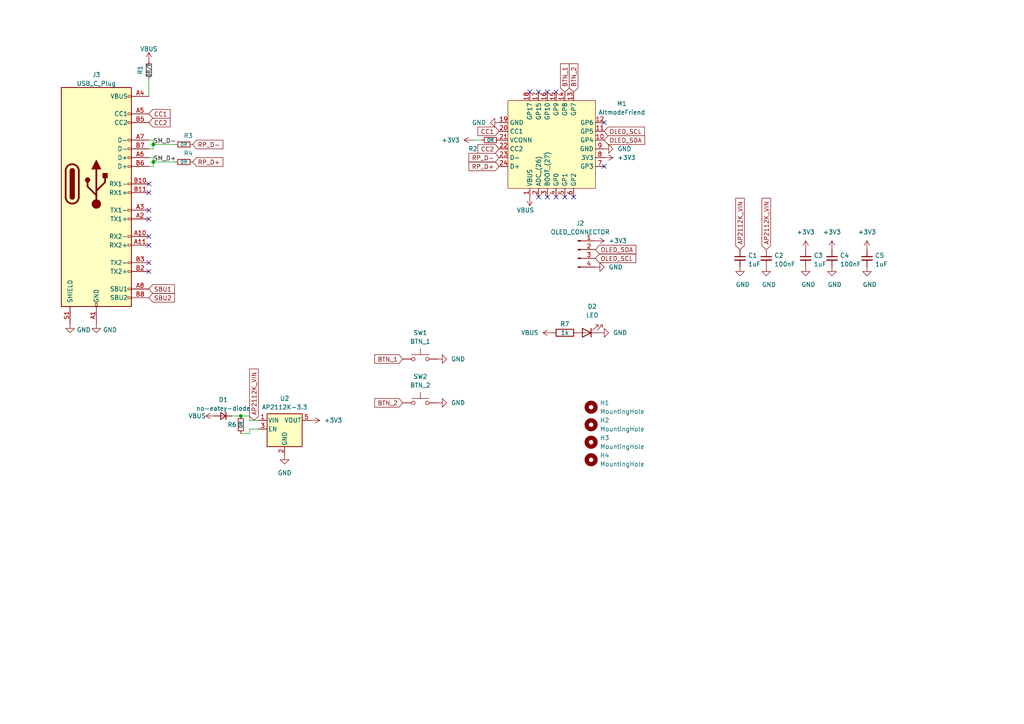
<source format=kicad_sch>
(kicad_sch (version 20230121) (generator eeschema)
  (paper "A4")
  (lib_symbols
    (symbol "Connector:Conn_01x04_Pin" (pin_names (offset 1.016) hide)
      (property "Reference" "J" (at 0 5.08 0))
      (property "Value" "Conn_01x04_Pin" (at 0 -7.62 0))
      (symbol "Conn_01x04_Pin_1_1"
        (polyline (pts (xy 1.27 -5.08) (xy 0.8636 -5.08)) (stroke (width 0.1524)))
        (polyline (pts (xy 1.27 -2.54) (xy 0.8636 -2.54)) (stroke (width 0.1524)))
        (polyline (pts (xy 1.27 0) (xy 0.8636 0)) (stroke (width 0.1524)))
        (polyline (pts (xy 1.27 2.54) (xy 0.8636 2.54)) (stroke (width 0.1524)))
        (rectangle (start 0.8636 -4.953) (end 0 -5.207) (stroke (width 0.1524)) (fill (type outline)))
        (rectangle (start 0.8636 -2.413) (end 0 -2.667) (stroke (width 0.1524)) (fill (type outline)))
        (rectangle (start 0.8636 0.127) (end 0 -0.127) (stroke (width 0.1524)) (fill (type outline)))
        (rectangle (start 0.8636 2.667) (end 0 2.413) (stroke (width 0.1524)) (fill (type outline)))
        (pin passive line (at 5.08 2.54 180) (length 3.81) (name "Pin_1") (number "1"))
        (pin passive line (at 5.08 0 180) (length 3.81) (name "Pin_2") (number "2"))
        (pin passive line (at 5.08 -2.54 180) (length 3.81) (name "Pin_3") (number "3"))
        (pin passive line (at 5.08 -5.08 180) (length 3.81) (name "Pin_4") (number "4"))
      )
    )
    (symbol "Connector:USB_C_Receptacle" (pin_names (offset 1.016))
      (property "Reference" "J" (at -10.16 29.21 0))
      (property "Value" "USB_C_Receptacle" (at 10.16 29.21 0))
      (symbol "USB_C_Receptacle_0_0"
        (rectangle (start -0.254 -35.56) (end 0.254 -34.544))
        (rectangle (start 10.16 -32.766) (end 9.144 -33.274))
        (rectangle (start 10.16 -30.226) (end 9.144 -30.734))
        (rectangle (start 10.16 -25.146) (end 9.144 -25.654))
        (rectangle (start 10.16 -22.606) (end 9.144 -23.114))
        (rectangle (start 10.16 -17.526) (end 9.144 -18.034))
        (rectangle (start 10.16 -14.986) (end 9.144 -15.494))
        (rectangle (start 10.16 -9.906) (end 9.144 -10.414))
        (rectangle (start 10.16 -7.366) (end 9.144 -7.874))
        (rectangle (start 10.16 -2.286) (end 9.144 -2.794))
        (rectangle (start 10.16 0.254) (end 9.144 -0.254))
        (rectangle (start 10.16 5.334) (end 9.144 4.826))
        (rectangle (start 10.16 7.874) (end 9.144 7.366))
        (rectangle (start 10.16 10.414) (end 9.144 9.906))
        (rectangle (start 10.16 12.954) (end 9.144 12.446))
        (rectangle (start 10.16 18.034) (end 9.144 17.526))
        (rectangle (start 10.16 20.574) (end 9.144 20.066))
        (rectangle (start 10.16 25.654) (end 9.144 25.146))
      )
      (symbol "USB_C_Receptacle_0_1"
        (rectangle (start -10.16 27.94) (end 10.16 -35.56) (stroke (width 0.254)) (fill (type background)))
        (arc (start -8.89 -3.81) (mid -6.985 -5.7067) (end -5.08 -3.81) (stroke (width 0.508)))
        (arc (start -7.62 -3.81) (mid -6.985 -4.4423) (end -6.35 -3.81) (stroke (width 0.254)))
        (arc (start -7.62 -3.81) (mid -6.985 -4.4423) (end -6.35 -3.81) (stroke (width 0.254)) (fill (type outline)))
        (rectangle (start -7.62 -3.81) (end -6.35 3.81) (stroke (width 0.254)) (fill (type outline)))
        (arc (start -6.35 3.81) (mid -6.985 4.4423) (end -7.62 3.81) (stroke (width 0.254)))
        (arc (start -6.35 3.81) (mid -6.985 4.4423) (end -7.62 3.81) (stroke (width 0.254)) (fill (type outline)))
        (arc (start -5.08 3.81) (mid -6.985 5.7067) (end -8.89 3.81) (stroke (width 0.508)))
        (polyline (pts (xy -8.89 -3.81) (xy -8.89 3.81)) (stroke (width 0.508)))
        (polyline (pts (xy -5.08 3.81) (xy -5.08 -3.81)) (stroke (width 0.508)))
      )
      (symbol "USB_C_Receptacle_1_1"
        (circle (center -2.54 1.143) (radius 0.635) (stroke (width 0.254)) (fill (type outline)))
        (circle (center 0 -5.842) (radius 1.27) (fill (type outline)))
        (polyline (pts (xy 0 -5.842) (xy 0 4.318)) (stroke (width 0.508)))
        (polyline (pts (xy 0 -3.302) (xy -2.54 -0.762) (xy -2.54 0.508)) (stroke (width 0.508)))
        (polyline (pts (xy 0 -2.032) (xy 2.54 0.508) (xy 2.54 1.778)) (stroke (width 0.508)))
        (polyline (pts (xy -1.27 4.318) (xy 0 6.858) (xy 1.27 4.318) (xy -1.27 4.318)) (stroke (width 0.254)) (fill (type outline)))
        (rectangle (start 1.905 1.778) (end 3.175 3.048) (stroke (width 0.254)) (fill (type outline)))
        (pin passive line (at 0 -40.64 90) (length 5.08) (name "GND") (number "A1"))
        (pin bidirectional line (at 15.24 -15.24 180) (length 5.08) (name "RX2-") (number "A10"))
        (pin bidirectional line (at 15.24 -17.78 180) (length 5.08) (name "RX2+") (number "A11"))
        (pin passive line (at 0 -40.64 90) (length 5.08) hide (name "GND") (number "A12"))
        (pin bidirectional line (at 15.24 -10.16 180) (length 5.08) (name "TX1+") (number "A2"))
        (pin bidirectional line (at 15.24 -7.62 180) (length 5.08) (name "TX1-") (number "A3"))
        (pin passive line (at 15.24 25.4 180) (length 5.08) (name "VBUS") (number "A4"))
        (pin bidirectional line (at 15.24 20.32 180) (length 5.08) (name "CC1") (number "A5"))
        (pin bidirectional line (at 15.24 7.62 180) (length 5.08) (name "D+") (number "A6"))
        (pin bidirectional line (at 15.24 12.7 180) (length 5.08) (name "D-") (number "A7"))
        (pin bidirectional line (at 15.24 -30.48 180) (length 5.08) (name "SBU1") (number "A8"))
        (pin passive line (at 15.24 25.4 180) (length 5.08) hide (name "VBUS") (number "A9"))
        (pin passive line (at 0 -40.64 90) (length 5.08) hide (name "GND") (number "B1"))
        (pin bidirectional line (at 15.24 0 180) (length 5.08) (name "RX1-") (number "B10"))
        (pin bidirectional line (at 15.24 -2.54 180) (length 5.08) (name "RX1+") (number "B11"))
        (pin passive line (at 0 -40.64 90) (length 5.08) hide (name "GND") (number "B12"))
        (pin bidirectional line (at 15.24 -25.4 180) (length 5.08) (name "TX2+") (number "B2"))
        (pin bidirectional line (at 15.24 -22.86 180) (length 5.08) (name "TX2-") (number "B3"))
        (pin passive line (at 15.24 25.4 180) (length 5.08) hide (name "VBUS") (number "B4"))
        (pin bidirectional line (at 15.24 17.78 180) (length 5.08) (name "CC2") (number "B5"))
        (pin bidirectional line (at 15.24 5.08 180) (length 5.08) (name "D+") (number "B6"))
        (pin bidirectional line (at 15.24 10.16 180) (length 5.08) (name "D-") (number "B7"))
        (pin bidirectional line (at 15.24 -33.02 180) (length 5.08) (name "SBU2") (number "B8"))
        (pin passive line (at 15.24 25.4 180) (length 5.08) hide (name "VBUS") (number "B9"))
        (pin passive line (at -7.62 -40.64 90) (length 5.08) (name "SHIELD") (number "S1"))
      )
    )
    (symbol "Device:C_Small" (pin_numbers hide) (pin_names (offset 0.254) hide)
      (property "Reference" "C" (at 0.254 1.778 0))
      (property "Value" "C_Small" (at 0.254 -2.032 0))
      (symbol "C_Small_0_1"
        (polyline (pts (xy -1.524 -0.508) (xy 1.524 -0.508)) (stroke (width 0.3302)))
        (polyline (pts (xy -1.524 0.508) (xy 1.524 0.508)) (stroke (width 0.3048)))
      )
      (symbol "C_Small_1_1"
        (pin passive line (at 0 2.54 270) (length 2.032) (name "~") (number "1"))
        (pin passive line (at 0 -2.54 90) (length 2.032) (name "~") (number "2"))
      )
    )
    (symbol "Device:D_Small" (pin_numbers hide) (pin_names (offset 0.254) hide)
      (property "Reference" "D" (at -1.27 2.032 0))
      (property "Value" "D_Small" (at -3.81 -2.032 0))
      (symbol "D_Small_0_1"
        (polyline (pts (xy -0.762 -1.016) (xy -0.762 1.016)) (stroke (width 0.254)))
        (polyline (pts (xy -0.762 0) (xy 0.762 0)))
        (polyline (pts (xy 0.762 -1.016) (xy -0.762 0) (xy 0.762 1.016) (xy 0.762 -1.016)) (stroke (width 0.254)))
      )
      (symbol "D_Small_1_1"
        (pin passive line (at -2.54 0 0) (length 1.778) (name "K") (number "1"))
        (pin passive line (at 2.54 0 180) (length 1.778) (name "A") (number "2"))
      )
    )
    (symbol "Device:LED" (pin_numbers hide) (pin_names (offset 1.016) hide)
      (property "Reference" "D" (at 0 2.54 0))
      (property "Value" "LED" (at 0 -2.54 0))
      (symbol "LED_0_1"
        (polyline (pts (xy -1.27 -1.27) (xy -1.27 1.27)) (stroke (width 0.254)))
        (polyline (pts (xy -1.27 0) (xy 1.27 0)))
        (polyline (pts (xy 1.27 -1.27) (xy 1.27 1.27) (xy -1.27 0) (xy 1.27 -1.27)) (stroke (width 0.254)))
        (polyline (pts (xy -3.048 -0.762) (xy -4.572 -2.286) (xy -3.81 -2.286) (xy -4.572 -2.286) (xy -4.572 -1.524)))
        (polyline (pts (xy -1.778 -0.762) (xy -3.302 -2.286) (xy -2.54 -2.286) (xy -3.302 -2.286) (xy -3.302 -1.524)))
      )
      (symbol "LED_1_1"
        (pin passive line (at -3.81 0 0) (length 2.54) (name "K") (number "1"))
        (pin passive line (at 3.81 0 180) (length 2.54) (name "A") (number "2"))
      )
    )
    (symbol "Device:R" (pin_numbers hide) (pin_names (offset 0))
      (property "Reference" "R" (at 2.032 0 90))
      (property "Value" "R" (at 0 0 90))
      (symbol "R_0_1"
        (rectangle (start -1.016 -2.54) (end 1.016 2.54) (stroke (width 0.254)))
      )
      (symbol "R_1_1"
        (pin passive line (at 0 3.81 270) (length 1.27) (name "~") (number "1"))
        (pin passive line (at 0 -3.81 90) (length 1.27) (name "~") (number "2"))
      )
    )
    (symbol "Device:R_Small" (pin_numbers hide) (pin_names (offset 0.254) hide)
      (property "Reference" "R" (at 0.762 0.508 0))
      (property "Value" "R_Small" (at 0.762 -1.016 0))
      (symbol "R_Small_0_1"
        (rectangle (start -0.762 1.778) (end 0.762 -1.778) (stroke (width 0.2032)))
      )
      (symbol "R_Small_1_1"
        (pin passive line (at 0 2.54 270) (length 0.762) (name "~") (number "1"))
        (pin passive line (at 0 -2.54 90) (length 0.762) (name "~") (number "2"))
      )
    )
    (symbol "GND_1" (power) (pin_names (offset 0))
      (property "Value" "GND_1" (at 0 -3.81 0))
      (symbol "GND_1_0_1"
        (polyline (pts (xy 0 0) (xy 0 -1.27) (xy 1.27 -1.27) (xy 0 -2.54) (xy -1.27 -1.27) (xy 0 -1.27)))
      )
      (symbol "GND_1_1_1"
        (pin power_in line (at 0 0 270) (length 0) hide (name "GND") (number "1"))
      )
    )
    (symbol "GND_2" (power) (pin_names (offset 0))
      (property "Value" "GND_2" (at 0 -3.81 0))
      (symbol "GND_2_0_1"
        (polyline (pts (xy 0 0) (xy 0 -1.27) (xy 1.27 -1.27) (xy 0 -2.54) (xy -1.27 -1.27) (xy 0 -1.27)))
      )
      (symbol "GND_2_1_1"
        (pin power_in line (at 0 0 270) (length 0) hide (name "GND") (number "1"))
      )
    )
    (symbol "GND_3" (power) (pin_names (offset 0))
      (property "Value" "GND_3" (at 0 -3.81 0))
      (symbol "GND_3_0_1"
        (polyline (pts (xy 0 0) (xy 0 -1.27) (xy 1.27 -1.27) (xy 0 -2.54) (xy -1.27 -1.27) (xy 0 -1.27)))
      )
      (symbol "GND_3_1_1"
        (pin power_in line (at 0 0 270) (length 0) hide (name "GND") (number "1"))
      )
    )
    (symbol "GND_4" (power) (pin_names (offset 0))
      (property "Value" "GND_4" (at 0 -3.81 0))
      (symbol "GND_4_0_1"
        (polyline (pts (xy 0 0) (xy 0 -1.27) (xy 1.27 -1.27) (xy 0 -2.54) (xy -1.27 -1.27) (xy 0 -1.27)))
      )
      (symbol "GND_4_1_1"
        (pin power_in line (at 0 0 270) (length 0) hide (name "GND") (number "1"))
      )
    )
    (symbol "GND_5" (power) (pin_names (offset 0))
      (property "Value" "GND_5" (at 0 -3.81 0))
      (symbol "GND_5_0_1"
        (polyline (pts (xy 0 0) (xy 0 -1.27) (xy 1.27 -1.27) (xy 0 -2.54) (xy -1.27 -1.27) (xy 0 -1.27)))
      )
      (symbol "GND_5_1_1"
        (pin power_in line (at 0 0 270) (length 0) hide (name "GND") (number "1"))
      )
    )
    (symbol "Mechanical:MountingHole" (pin_names (offset 1.016))
      (property "Reference" "H" (at 0 5.08 0))
      (property "Value" "MountingHole" (at 0 3.175 0))
      (symbol "MountingHole_0_1"
        (circle (center 0 0) (radius 1.27) (stroke (width 1.27)))
      )
    )
    (symbol "Regulator_Linear:AP2112K-3.3" (pin_names (offset 0.254))
      (property "Reference" "U" (at -5.08 5.715 0))
      (property "Value" "AP2112K-3.3" (at 0 5.715 0))
      (symbol "AP2112K-3.3_0_1"
        (rectangle (start -5.08 4.445) (end 5.08 -5.08) (stroke (width 0.254)) (fill (type background)))
      )
      (symbol "AP2112K-3.3_1_1"
        (pin power_in line (at -7.62 2.54 0) (length 2.54) (name "VIN") (number "1"))
        (pin power_in line (at 0 -7.62 90) (length 2.54) (name "GND") (number "2"))
        (pin input line (at -7.62 0 0) (length 2.54) (name "EN") (number "3"))
        (pin no_connect line (at 5.08 0 180) (length 2.54) hide (name "NC") (number "4"))
        (pin power_out line (at 7.62 2.54 180) (length 2.54) (name "VOUT") (number "5"))
      )
    )
    (symbol "Switch:SW_Push" (pin_numbers hide) (pin_names (offset 1.016) hide)
      (property "Reference" "SW" (at 1.27 2.54 0))
      (property "Value" "SW_Push" (at 0 -1.524 0))
      (symbol "SW_Push_0_1"
        (circle (center -2.032 0) (radius 0.508))
        (polyline (pts (xy 0 1.27) (xy 0 3.048)))
        (polyline (pts (xy 2.54 1.27) (xy -2.54 1.27)))
        (circle (center 2.032 0) (radius 0.508))
        (pin passive line (at -5.08 0 0) (length 2.54) (name "1") (number "1"))
        (pin passive line (at 5.08 0 180) (length 2.54) (name "2") (number "2"))
      )
    )
    (symbol "VBUS_1" (power) (pin_names (offset 0))
      (property "Value" "VBUS_1" (at 0 3.81 0))
      (symbol "VBUS_1_0_1"
        (polyline (pts (xy -0.762 1.27) (xy 0 2.54)))
        (polyline (pts (xy 0 0) (xy 0 2.54)))
        (polyline (pts (xy 0 2.54) (xy 0.762 1.27)))
      )
      (symbol "VBUS_1_1_1"
        (pin power_in line (at 0 0 90) (length 0) hide (name "VBUS") (number "1"))
      )
    )
    (symbol "VBUS_2" (power) (pin_names (offset 0))
      (property "Value" "VBUS_2" (at 0 3.81 0))
      (symbol "VBUS_2_0_1"
        (polyline (pts (xy -0.762 1.27) (xy 0 2.54)))
        (polyline (pts (xy 0 0) (xy 0 2.54)))
        (polyline (pts (xy 0 2.54) (xy 0.762 1.27)))
      )
      (symbol "VBUS_2_1_1"
        (pin power_in line (at 0 0 90) (length 0) hide (name "VBUS") (number "1"))
      )
    )
    (symbol "altmode_friend:AltmodeFriend"
      (property "Reference" "M" (at 8.89 13.97 0))
      (property "Value" "AltmodeFriend" (at 13.97 -13.97 0))
      (symbol "AltmodeFriend_0_1"
        (rectangle (start -12.7 12.7) (end 12.7 -12.7) (stroke (width 0.1524)) (fill (type background)))
      )
      (symbol "AltmodeFriend_1_1"
        (pin input line (at -15.24 6.35 0) (length 2.54) (name "VBUS") (number "1"))
        (pin input line (at 1.27 -15.24 90) (length 2.54) (name "GP4") (number "10"))
        (pin input line (at 3.81 -15.24 90) (length 2.54) (name "GP5") (number "11"))
        (pin input line (at 6.35 -15.24 90) (length 2.54) (name "GP6") (number "12"))
        (pin input line (at 15.24 -6.35 180) (length 2.54) (name "GP7") (number "13"))
        (pin input line (at 15.24 -3.81 180) (length 2.54) (name "GP8") (number "14"))
        (pin input line (at 15.24 -1.27 180) (length 2.54) (name "GP9") (number "15"))
        (pin input line (at 15.24 1.27 180) (length 2.54) (name "GP10") (number "16"))
        (pin input line (at 15.24 3.81 180) (length 2.54) (name "GP15") (number "17"))
        (pin input line (at 15.24 6.35 180) (length 2.54) (name "GP17") (number "18"))
        (pin input line (at 6.35 15.24 270) (length 2.54) (name "GND") (number "19"))
        (pin input line (at -15.24 3.81 0) (length 2.54) (name "ADC_(26)") (number "2"))
        (pin input line (at 3.81 15.24 270) (length 2.54) (name "CC1") (number "20"))
        (pin input line (at 1.27 15.24 270) (length 2.54) (name "VCONN") (number "21"))
        (pin input line (at -1.27 15.24 270) (length 2.54) (name "CC2") (number "22"))
        (pin input line (at -3.81 15.24 270) (length 2.54) (name "D-") (number "23"))
        (pin input line (at -6.35 15.24 270) (length 2.54) (name "D+") (number "24"))
        (pin input line (at -15.24 1.27 0) (length 2.54) (name "BOOT_(27)") (number "3"))
        (pin input line (at -15.24 -1.27 0) (length 2.54) (name "GP0") (number "4"))
        (pin input line (at -15.24 -3.81 0) (length 2.54) (name "GP1") (number "5"))
        (pin input line (at -15.24 -6.35 0) (length 2.54) (name "GP2") (number "6"))
        (pin input line (at -6.35 -15.24 90) (length 2.54) (name "GP3") (number "7"))
        (pin input line (at -3.81 -15.24 90) (length 2.54) (name "3V3") (number "8"))
        (pin input line (at -1.27 -15.24 90) (length 2.54) (name "GND") (number "9"))
      )
    )
    (symbol "power:+3V3" (power) (pin_names (offset 0))
      (property "Value" "+3V3" (at 0 3.556 0))
      (symbol "+3V3_0_1"
        (polyline (pts (xy -0.762 1.27) (xy 0 2.54)))
        (polyline (pts (xy 0 0) (xy 0 2.54)))
        (polyline (pts (xy 0 2.54) (xy 0.762 1.27)))
      )
      (symbol "+3V3_1_1"
        (pin power_in line (at 0 0 90) (length 0) hide (name "+3V3") (number "1"))
      )
    )
    (symbol "power:GND" (power) (pin_names (offset 0))
      (property "Value" "GND" (at 0 -3.81 0))
      (symbol "GND_0_1"
        (polyline (pts (xy 0 0) (xy 0 -1.27) (xy 1.27 -1.27) (xy 0 -2.54) (xy -1.27 -1.27) (xy 0 -1.27)))
      )
      (symbol "GND_1_1"
        (pin power_in line (at 0 0 270) (length 0) hide (name "GND") (number "1"))
      )
    )
    (symbol "power:VBUS" (power) (pin_names (offset 0))
      (property "Value" "VBUS" (at 0 3.81 0))
      (symbol "VBUS_0_1"
        (polyline (pts (xy -0.762 1.27) (xy 0 2.54)))
        (polyline (pts (xy 0 0) (xy 0 2.54)))
        (polyline (pts (xy 0 2.54) (xy 0.762 1.27)))
      )
      (symbol "VBUS_1_1"
        (pin power_in line (at 0 0 90) (length 0) hide (name "VBUS") (number "1"))
      )
    )
  )
  (junction (at 44.45 46.99))
  (junction (at 69.85 120.65))
  (junction (at 44.45 41.91))
  (no_connect (at 166.37 57.15))
  (no_connect (at 43.18 53.34))
  (no_connect (at 43.18 55.88))
  (no_connect (at 43.18 71.12))
  (no_connect (at 156.21 57.15))
  (no_connect (at 158.75 26.67))
  (no_connect (at 175.26 35.56))
  (no_connect (at 43.18 60.96))
  (no_connect (at 43.18 78.74))
  (no_connect (at 43.18 76.2))
  (no_connect (at 158.75 57.15))
  (no_connect (at 156.21 26.67))
  (no_connect (at 43.18 68.58))
  (no_connect (at 175.26 48.26))
  (no_connect (at 163.83 57.15))
  (no_connect (at 43.18 63.5))
  (no_connect (at 153.67 26.67))
  (no_connect (at 161.29 57.15))
  (no_connect (at 161.29 26.67))
  (wire (pts (xy 74.93 121.92) (xy 72.39 121.92)))
  (wire (pts (xy 43.18 40.64) (xy 44.45 40.64)))
  (wire (pts (xy 72.39 120.65) (xy 69.85 120.65)))
  (wire (pts (xy 44.45 41.91) (xy 50.8 41.91)))
  (wire (pts (xy 72.39 124.46) (xy 74.93 124.46)))
  (wire (pts (xy 44.45 48.26) (xy 44.45 46.99)))
  (wire (pts (xy 44.45 45.72) (xy 44.45 46.99)))
  (wire (pts (xy 43.18 22.86) (xy 43.18 27.94)))
  (wire (pts (xy 43.18 45.72) (xy 44.45 45.72)))
  (wire (pts (xy 44.45 46.99) (xy 50.8 46.99)))
  (wire (pts (xy 137.16 40.64) (xy 139.7 40.64)))
  (wire (pts (xy 67.31 120.65) (xy 69.85 120.65)))
  (wire (pts (xy 43.18 43.18) (xy 44.45 43.18)))
  (wire (pts (xy 69.85 125.73) (xy 72.39 125.73)))
  (wire (pts (xy 44.45 43.18) (xy 44.45 41.91)))
  (wire (pts (xy 72.39 125.73) (xy 72.39 124.46)))
  (wire (pts (xy 44.45 40.64) (xy 44.45 41.91)))
  (wire (pts (xy 72.39 121.92) (xy 72.39 120.65)))
  (wire (pts (xy 43.18 48.26) (xy 44.45 48.26)))
  (wire (pts (xy 167.64 96.52) (xy 166.37 96.52)))
  (label "SM_D-" (at 44.45 41.91 0))
  (label "SM_D+" (at 44.45 46.99 0))
  (global_label "AP2112K_VIN" (shape input) (at 73.66 121.92 90) (property "Intersheetrefs" "${INTERSHEET_REFS}" (effects hide)))
  (global_label "OLED_SCL" (shape input) (at 172.72 74.93 0) (property "Intersheetrefs" "${INTERSHEET_REFS}" (effects hide)))
  (global_label "CC1" (shape input) (at 43.18 33.02 0) (property "Intersheetrefs" "${INTERSHEET_REFS}" (effects hide)))
  (global_label "AP2112K_VIN" (shape input) (at 222.25 72.39 90) (property "Intersheetrefs" "${INTERSHEET_REFS}" (effects hide)))
  (global_label "OLED_SDA" (shape input) (at 172.72 72.39 0) (property "Intersheetrefs" "${INTERSHEET_REFS}" (effects hide)))
  (global_label "RP_D-" (shape input) (at 144.78 45.72 180) (property "Intersheetrefs" "${INTERSHEET_REFS}" (effects hide)))
  (global_label "RP_D+" (shape input) (at 55.88 46.99 0) (property "Intersheetrefs" "${INTERSHEET_REFS}" (effects hide)))
  (global_label "BTN_2" (shape input) (at 116.84 116.84 180) (property "Intersheetrefs" "${INTERSHEET_REFS}" (effects hide)))
  (global_label "BTN_1" (shape input) (at 116.84 104.14 180) (property "Intersheetrefs" "${INTERSHEET_REFS}" (effects hide)))
  (global_label "CC1" (shape input) (at 144.78 38.1 180) (property "Intersheetrefs" "${INTERSHEET_REFS}" (effects hide)))
  (global_label "BTN_2" (shape input) (at 166.37 26.67 90) (property "Intersheetrefs" "${INTERSHEET_REFS}" (effects hide)))
  (global_label "OLED_SCL" (shape input) (at 175.26 38.1 0) (property "Intersheetrefs" "${INTERSHEET_REFS}" (effects hide)))
  (global_label "CC2" (shape input) (at 144.78 43.18 180) (property "Intersheetrefs" "${INTERSHEET_REFS}" (effects hide)))
  (global_label "RP_D-" (shape input) (at 55.88 41.91 0) (property "Intersheetrefs" "${INTERSHEET_REFS}" (effects hide)))
  (global_label "OLED_SDA" (shape input) (at 175.26 40.64 0) (property "Intersheetrefs" "${INTERSHEET_REFS}" (effects hide)))
  (global_label "BTN_1" (shape input) (at 163.83 26.67 90) (property "Intersheetrefs" "${INTERSHEET_REFS}" (effects hide)))
  (global_label "SBU1" (shape input) (at 43.18 83.82 0) (property "Intersheetrefs" "${INTERSHEET_REFS}" (effects hide)))
  (global_label "CC2" (shape input) (at 43.18 35.56 0) (property "Intersheetrefs" "${INTERSHEET_REFS}" (effects hide)))
  (global_label "RP_D+" (shape input) (at 144.78 48.26 180) (property "Intersheetrefs" "${INTERSHEET_REFS}" (effects hide)))
  (global_label "SBU2" (shape input) (at 43.18 86.36 0) (property "Intersheetrefs" "${INTERSHEET_REFS}" (effects hide)))
  (global_label "AP2112K_VIN" (shape input) (at 214.63 72.39 90) (property "Intersheetrefs" "${INTERSHEET_REFS}" (effects hide)))
  (symbol (lib_id "power:+3V3") (at 172.72 69.85 270) (unit 1)
    (property "Reference" "#PWR010" (effects hide))
    (property "Value" "+3V3" (at 176.53 69.85 90) (effects (justify left)))
  )
  (symbol (lib_id "Switch:SW_Push") (at 121.92 116.84 0) (unit 1)
    (property "Reference" "SW2" (at 121.92 109.22 0))
    (property "Value" "BTN_2" (at 121.92 111.76 0))
    (property "Footprint" "Button_Switch_SMD:SW_SPST_B3U-1000P" (effects hide))
  )
  (symbol (lib_id "Device:R_Small") (at 142.24 40.64 90) (unit 1)
    (property "Reference" "R2" (at 137.16 43.18 90))
    (property "Value" "0R" (at 142.24 40.64 90) (effects (font (size 1 1))))
    (property "Footprint" "Resistor_SMD:R_0603_1608Metric" (effects hide))
  )
  (symbol (lib_id "power:GND") (at 214.63 77.47 0) (unit 1)
    (property "Reference" "#PWR011" (effects hide))
    (property "Value" "GND" (at 213.36 82.55 0) (effects (justify left)))
  )
  (symbol (lib_id "Device:R") (at 163.83 96.52 90) (unit 1)
    (property "Reference" "R7" (at 163.83 93.98 90))
    (property "Value" "1k" (at 163.83 96.52 90))
    (property "Footprint" "Resistor_SMD:R_0603_1608Metric" (effects hide))
  )
  (symbol (lib_id "power:GND") (at 241.3 77.47 0) (unit 1)
    (property "Reference" "#PWR016" (effects hide))
    (property "Value" "GND" (at 240.03 82.55 0) (effects (justify left)))
  )
  (symbol (lib_name "GND_5") (lib_id "power:GND") (at 127 104.14 90) (unit 1)
    (property "Reference" "#PWR022" (effects hide))
    (property "Value" "GND" (at 130.81 104.14 90) (effects (justify right)))
  )
  (symbol (lib_name "VBUS_2") (lib_id "power:VBUS") (at 160.02 96.52 90) (unit 1)
    (property "Reference" "#PWR024" (effects hide))
    (property "Value" "VBUS" (at 156.21 96.52 90) (effects (justify left)))
  )
  (symbol (lib_id "power:+3V3") (at 175.26 45.72 270) (unit 1)
    (property "Reference" "#PWR07" (effects hide))
    (property "Value" "+3V3" (at 179.07 45.72 90) (effects (justify left)))
  )
  (symbol (lib_id "Device:D_Small") (at 64.77 120.65 180) (unit 1)
    (property "Reference" "D1" (at 64.77 115.9342 0))
    (property "Value" "no-eatey-diode" (at 64.77 118.4711 0))
    (property "Footprint" "Diode_SMD:D_SMA" (effects hide))
  )
  (symbol (lib_id "Mechanical:MountingHole") (at 171.45 123.19 0) (unit 1)
    (property "Reference" "H2" (at 173.99 121.92 0) (effects (justify left)))
    (property "Value" "MountingHole" (at 173.99 124.46 0) (effects (justify left)))
    (property "Footprint" "MountingHole:MountingHole_2.2mm_M2" (effects hide))
  )
  (symbol (lib_id "power:VBUS") (at 43.18 17.78 0) (unit 1)
    (property "Reference" "#PWR06" (effects hide))
    (property "Value" "VBUS" (at 43.18 14.2042 0))
  )
  (symbol (lib_name "GND_2") (lib_id "power:GND") (at 175.26 43.18 90) (unit 1)
    (property "Reference" "#PWR08" (effects hide))
    (property "Value" "GND" (at 179.07 43.18 90) (effects (justify right)))
  )
  (symbol (lib_name "VBUS_1") (lib_id "power:VBUS") (at 153.67 57.15 180) (unit 1)
    (property "Reference" "#PWR03" (effects hide))
    (property "Value" "VBUS" (at 152.4 60.96 0))
  )
  (symbol (lib_id "Device:R_Small") (at 53.34 41.91 90) (unit 1)
    (property "Reference" "R3" (at 54.61 39.37 90))
    (property "Value" "0R" (at 53.34 41.91 90) (effects (font (size 1 1))))
    (property "Footprint" "Resistor_SMD:R_0603_1608Metric" (effects hide))
  )
  (symbol (lib_id "Mechanical:MountingHole") (at 171.45 118.11 0) (unit 1)
    (property "Reference" "H1" (at 173.99 116.84 0) (effects (justify left)))
    (property "Value" "MountingHole" (at 173.99 119.38 0) (effects (justify left)))
    (property "Footprint" "MountingHole:MountingHole_2.2mm_M2" (effects hide))
  )
  (symbol (lib_id "power:GND") (at 251.46 77.47 0) (unit 1)
    (property "Reference" "#PWR018" (effects hide))
    (property "Value" "GND" (at 250.19 82.55 0) (effects (justify left)))
  )
  (symbol (lib_id "Mechanical:MountingHole") (at 171.45 128.27 0) (unit 1)
    (property "Reference" "H3" (at 173.99 127 0) (effects (justify left)))
    (property "Value" "MountingHole" (at 173.99 129.54 0) (effects (justify left)))
    (property "Footprint" "MountingHole:MountingHole_2.2mm_M2" (effects hide))
  )
  (symbol (lib_name "GND_5") (lib_id "power:GND") (at 173.99 96.52 90) (unit 1)
    (property "Reference" "#PWR025" (effects hide))
    (property "Value" "GND" (at 177.8 96.52 90) (effects (justify right)))
  )
  (symbol (lib_id "Device:C_Small") (at 233.68 74.93 0) (unit 1)
    (property "Reference" "C3" (at 236.0041 74.1016 0) (effects (justify left)))
    (property "Value" "1uF" (at 236.0041 76.6385 0) (effects (justify left)))
    (property "Footprint" "Capacitor_SMD:C_0805_2012Metric" (effects hide))
  )
  (symbol (lib_name "GND_4") (lib_id "power:GND") (at 82.55 132.08 0) (unit 1)
    (property "Reference" "#PWR020" (effects hide))
    (property "Value" "GND" (at 82.55 137.16 0))
  )
  (symbol (lib_name "GND_1") (lib_id "power:GND") (at 144.78 35.56 270) (unit 1)
    (property "Reference" "#PWR05" (effects hide))
    (property "Value" "GND" (at 140.97 35.56 90) (effects (justify right)))
  )
  (symbol (lib_id "Device:C_Small") (at 251.46 74.93 0) (unit 1)
    (property "Reference" "C5" (at 253.7841 74.1016 0) (effects (justify left)))
    (property "Value" "1uF" (at 253.7841 76.6385 0) (effects (justify left)))
    (property "Footprint" "Capacitor_SMD:C_0805_2012Metric" (effects hide))
  )
  (symbol (lib_name "GND_5") (lib_id "power:GND") (at 127 116.84 90) (unit 1)
    (property "Reference" "#PWR023" (effects hide))
    (property "Value" "GND" (at 130.81 116.84 90) (effects (justify right)))
  )
  (symbol (lib_id "Device:C_Small") (at 214.63 74.93 0) (unit 1)
    (property "Reference" "C1" (at 216.9541 74.1016 0) (effects (justify left)))
    (property "Value" "1uF" (at 216.9541 76.6385 0) (effects (justify left)))
    (property "Footprint" "Capacitor_SMD:C_0805_2012Metric" (effects hide))
  )
  (symbol (lib_id "Regulator_Linear:AP2112K-3.3") (at 82.55 124.46 0) (unit 1)
    (property "Reference" "U2" (at 82.55 115.57 0))
    (property "Value" "AP2112K-3.3" (at 82.55 118.11 0))
    (property "Footprint" "Package_TO_SOT_SMD:SOT-23-5" (effects hide))
    (property "Datasheet" "https://www.diodes.com/assets/Datasheets/AP2112.pdf" (effects hide))
  )
  (symbol (lib_id "power:GND") (at 20.32 93.98 0) (unit 1)
    (property "Reference" "#PWR01" (effects hide))
    (property "Value" "GND" (at 22.225 95.6838 0) (effects (justify left)))
  )
  (symbol (lib_id "power:+3V3") (at 241.3 72.39 0) (unit 1)
    (property "Reference" "#PWR015" (effects hide))
    (property "Value" "+3V3" (at 241.3 67.31 0))
  )
  (symbol (lib_id "Switch:SW_Push") (at 121.92 104.14 0) (unit 1)
    (property "Reference" "SW1" (at 121.92 96.52 0))
    (property "Value" "BTN_1" (at 121.92 99.06 0))
    (property "Footprint" "Button_Switch_SMD:SW_SPST_B3U-1000P" (effects hide))
  )
  (symbol (lib_id "Connector:USB_C_Receptacle") (at 27.94 53.34 0) (unit 1)
    (property "Reference" "J3" (at 27.94 21.7002 0))
    (property "Value" "USB_C_Plug" (at 27.94 24.2371 0))
    (property "Footprint" "usbc_debug_finder:USB_C_Plug_Molex_105444" (effects hide))
    (property "Datasheet" "https://www.usb.org/sites/default/files/documents/usb_type-c.zip" (effects hide))
  )
  (symbol (lib_id "Mechanical:MountingHole") (at 171.45 133.35 0) (unit 1)
    (property "Reference" "H4" (at 173.99 132.08 0) (effects (justify left)))
    (property "Value" "MountingHole" (at 173.99 134.62 0) (effects (justify left)))
    (property "Footprint" "MountingHole:MountingHole_2.2mm_M2" (effects hide))
  )
  (symbol (lib_id "Device:R_Small") (at 53.34 46.99 90) (unit 1)
    (property "Reference" "R4" (at 54.61 44.45 90))
    (property "Value" "0R" (at 53.34 46.99 90) (effects (font (size 1 1))))
    (property "Footprint" "Resistor_SMD:R_0603_1608Metric" (effects hide))
  )
  (symbol (lib_id "altmode_friend:AltmodeFriend") (at 160.02 41.91 90) (unit 1)
    (property "Reference" "M1" (at 180.34 30.0639 90))
    (property "Value" "AltmodeFriend" (at 180.34 32.6039 90))
    (property "Footprint" "altmodefriend:altmode_friend" (effects hide))
  )
  (symbol (lib_id "power:+3V3") (at 137.16 40.64 90) (unit 1)
    (property "Reference" "#PWR04" (effects hide))
    (property "Value" "+3V3" (at 133.35 40.64 90) (effects (justify left)))
  )
  (symbol (lib_id "power:GND") (at 27.94 93.98 0) (unit 1)
    (property "Reference" "#PWR02" (effects hide))
    (property "Value" "GND" (at 29.845 95.6838 0) (effects (justify left)))
  )
  (symbol (lib_id "power:+3V3") (at 90.17 121.92 270) (unit 1)
    (property "Reference" "#PWR021" (effects hide))
    (property "Value" "+3V3" (at 93.98 121.92 90) (effects (justify left)))
  )
  (symbol (lib_id "Device:C_Small") (at 222.25 74.93 0) (unit 1)
    (property "Reference" "C2" (at 224.5741 74.1016 0) (effects (justify left)))
    (property "Value" "100nF" (at 224.5741 76.6385 0) (effects (justify left)))
    (property "Footprint" "Capacitor_SMD:C_0805_2012Metric" (effects hide))
  )
  (symbol (lib_id "power:VBUS") (at 62.23 120.65 90) (unit 1)
    (property "Reference" "#PWR019" (effects hide))
    (property "Value" "VBUS" (at 54.61 120.65 90) (effects (justify right)))
  )
  (symbol (lib_id "Device:C_Small") (at 241.3 74.93 0) (unit 1)
    (property "Reference" "C4" (at 243.6241 74.1016 0) (effects (justify left)))
    (property "Value" "100nF" (at 243.6241 76.6385 0) (effects (justify left)))
    (property "Footprint" "Capacitor_SMD:C_0603_1608Metric" (effects hide))
  )
  (symbol (lib_id "Device:R_Small") (at 43.18 20.32 180) (unit 1)
    (property "Reference" "R1" (at 40.64 20.32 90))
    (property "Value" "0R/F" (at 43.18 20.32 90) (effects (font (size 1 1))))
    (property "Footprint" "Resistor_SMD:R_0805_2012Metric" (effects hide))
  )
  (symbol (lib_id "Connector:Conn_01x04_Pin") (at 167.64 72.39 0) (unit 1)
    (property "Reference" "J2" (at 168.275 64.77 0))
    (property "Value" "OLED_CONNECTOR" (at 168.275 67.31 0))
    (property "Footprint" "Connector_PinSocket_2.00mm:PinSocket_1x04_P2.00mm_Vertical" (effects hide))
  )
  (symbol (lib_name "GND_3") (lib_id "power:GND") (at 172.72 77.47 90) (unit 1)
    (property "Reference" "#PWR09" (effects hide))
    (property "Value" "GND" (at 176.53 77.47 90) (effects (justify right)))
  )
  (symbol (lib_id "power:GND") (at 222.25 77.47 0) (unit 1)
    (property "Reference" "#PWR012" (effects hide))
    (property "Value" "GND" (at 220.98 82.55 0) (effects (justify left)))
  )
  (symbol (lib_id "power:GND") (at 233.68 77.47 0) (unit 1)
    (property "Reference" "#PWR014" (effects hide))
    (property "Value" "GND" (at 232.41 82.55 0) (effects (justify left)))
  )
  (symbol (lib_id "Device:R_Small") (at 69.85 123.19 180) (unit 1)
    (property "Reference" "R6" (at 67.31 123.19 0))
    (property "Value" "0R" (at 69.85 123.19 90) (effects (font (size 1 1))))
    (property "Footprint" "Resistor_SMD:R_0603_1608Metric" (effects hide))
  )
  (symbol (lib_id "Device:LED") (at 170.18 96.52 180) (unit 1)
    (property "Reference" "D2" (at 171.7675 88.9 0))
    (property "Value" "LED" (at 171.7675 91.44 0))
    (property "Footprint" "LED_SMD:LED_0805_2012Metric" (effects hide))
  )
  (symbol (lib_id "power:+3V3") (at 251.46 72.39 0) (unit 1)
    (property "Reference" "#PWR017" (effects hide))
    (property "Value" "+3V3" (at 251.46 67.31 0))
  )
  (symbol (lib_id "power:+3V3") (at 233.68 72.39 0) (unit 1)
    (property "Reference" "#PWR013" (effects hide))
    (property "Value" "+3V3" (at 233.68 67.31 0))
  )
)
</source>
